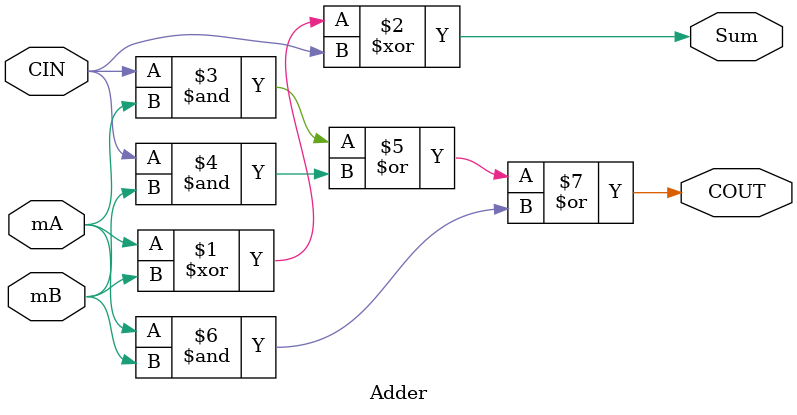
<source format=v>
`timescale 1ns / 1ps


module Adder(
        input mA,
        input mB,
        input CIN,
        output Sum,
        output COUT
    );
    
    assign Sum = mA ^ mB ^ CIN;
    assign COUT = CIN & mA | CIN & mB | mA & mB;
    
endmodule

</source>
